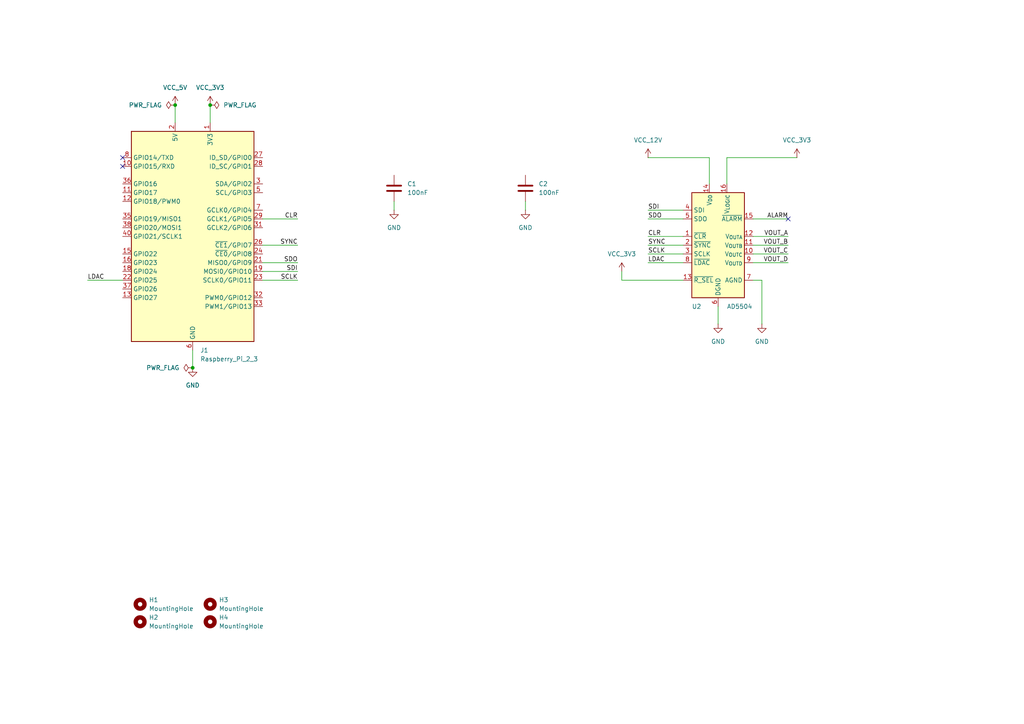
<source format=kicad_sch>
(kicad_sch (version 20231120) (generator "eeschema") (generator_version "8.0")
  (paper "A4")
  (title_block (title "Reconfigurable Filter DAC HAT") (date "2024-11-13") (rev "0") (company "GAM-iTEAM-UPV") (comment 1 "Comment 1") (comment 2 "Comment 2") (comment 3 "Comment 3") (comment 4 "Comment 4"))
  (lib_symbols
    (symbol "Connector:Raspberry_Pi_2_3"
      (property "Reference" "J" (at -17.78 31.75 0))
      (property "Value" "Raspberry_Pi_2_3" (at 10.16 -31.75 0))
      (symbol "Raspberry_Pi_2_3_0_1"
        (rectangle (start -17.78 30.48) (end 17.78 -30.48) (stroke (width 0.254)) (fill (type background)))
      )
      (symbol "Raspberry_Pi_2_3_1_1"
        (pin power_in line (at 5.08 33.02 270) (length 2.54) (name "3V3") (number "1"))
        (pin bidirectional line (at -20.32 20.32 0) (length 2.54) (name "GPIO15/RXD") (number "10"))
        (pin bidirectional line (at -20.32 12.7 0) (length 2.54) (name "GPIO17") (number "11"))
        (pin bidirectional line (at -20.32 10.16 0) (length 2.54) (name "GPIO18/PWM0") (number "12"))
        (pin bidirectional line (at -20.32 -17.78 0) (length 2.54) (name "GPIO27") (number "13"))
        (pin passive line (at 0 -33.02 90) (length 2.54) hide (name "GND") (number "14"))
        (pin bidirectional line (at -20.32 -5.08 0) (length 2.54) (name "GPIO22") (number "15"))
        (pin bidirectional line (at -20.32 -7.62 0) (length 2.54) (name "GPIO23") (number "16"))
        (pin passive line (at 5.08 33.02 270) (length 2.54) hide (name "3V3") (number "17"))
        (pin bidirectional line (at -20.32 -10.16 0) (length 2.54) (name "GPIO24") (number "18"))
        (pin bidirectional line (at 20.32 -10.16 180) (length 2.54) (name "MOSI0/GPIO10") (number "19"))
        (pin power_in line (at -5.08 33.02 270) (length 2.54) (name "5V") (number "2"))
        (pin passive line (at 0 -33.02 90) (length 2.54) hide (name "GND") (number "20"))
        (pin bidirectional line (at 20.32 -7.62 180) (length 2.54) (name "MISO0/GPIO9") (number "21"))
        (pin bidirectional line (at -20.32 -12.7 0) (length 2.54) (name "GPIO25") (number "22"))
        (pin bidirectional line (at 20.32 -12.7 180) (length 2.54) (name "SCLK0/GPIO11") (number "23"))
        (pin bidirectional line (at 20.32 -5.08 180) (length 2.54) (name "~{CE0}/GPIO8") (number "24"))
        (pin passive line (at 0 -33.02 90) (length 2.54) hide (name "GND") (number "25"))
        (pin bidirectional line (at 20.32 -2.54 180) (length 2.54) (name "~{CE1}/GPIO7") (number "26"))
        (pin bidirectional line (at 20.32 22.86 180) (length 2.54) (name "ID_SD/GPIO0") (number "27"))
        (pin bidirectional line (at 20.32 20.32 180) (length 2.54) (name "ID_SC/GPIO1") (number "28"))
        (pin bidirectional line (at 20.32 5.08 180) (length 2.54) (name "GCLK1/GPIO5") (number "29"))
        (pin bidirectional line (at 20.32 15.24 180) (length 2.54) (name "SDA/GPIO2") (number "3"))
        (pin passive line (at 0 -33.02 90) (length 2.54) hide (name "GND") (number "30"))
        (pin bidirectional line (at 20.32 2.54 180) (length 2.54) (name "GCLK2/GPIO6") (number "31"))
        (pin bidirectional line (at 20.32 -17.78 180) (length 2.54) (name "PWM0/GPIO12") (number "32"))
        (pin bidirectional line (at 20.32 -20.32 180) (length 2.54) (name "PWM1/GPIO13") (number "33"))
        (pin passive line (at 0 -33.02 90) (length 2.54) hide (name "GND") (number "34"))
        (pin bidirectional line (at -20.32 5.08 0) (length 2.54) (name "GPIO19/MISO1") (number "35"))
        (pin bidirectional line (at -20.32 15.24 0) (length 2.54) (name "GPIO16") (number "36"))
        (pin bidirectional line (at -20.32 -15.24 0) (length 2.54) (name "GPIO26") (number "37"))
        (pin bidirectional line (at -20.32 2.54 0) (length 2.54) (name "GPIO20/MOSI1") (number "38"))
        (pin passive line (at 0 -33.02 90) (length 2.54) hide (name "GND") (number "39"))
        (pin passive line (at -5.08 33.02 270) (length 2.54) hide (name "5V") (number "4"))
        (pin bidirectional line (at -20.32 0 0) (length 2.54) (name "GPIO21/SCLK1") (number "40"))
        (pin bidirectional line (at 20.32 12.7 180) (length 2.54) (name "SCL/GPIO3") (number "5"))
        (pin power_in line (at 0 -33.02 90) (length 2.54) (name "GND") (number "6"))
        (pin bidirectional line (at 20.32 7.62 180) (length 2.54) (name "GCLK0/GPIO4") (number "7"))
        (pin bidirectional line (at -20.32 22.86 0) (length 2.54) (name "GPIO14/TXD") (number "8"))
        (pin passive line (at 0 -33.02 90) (length 2.54) hide (name "GND") (number "9"))
      )
    )
    (symbol "Device:C" (pin_numbers hide) (pin_names (offset 0.254))
      (property "Reference" "C" (at 0.635 2.54 0))
      (property "Value" "C" (at 0.635 -2.54 0))
      (symbol "C_0_1"
        (polyline (pts (xy -2.032 -0.762) (xy 2.032 -0.762)) (stroke (width 0.508)))
        (polyline (pts (xy -2.032 0.762) (xy 2.032 0.762)) (stroke (width 0.508)))
      )
      (symbol "C_1_1"
        (pin passive line (at 0 3.81 270) (length 2.794) (name "~") (number "1"))
        (pin passive line (at 0 -3.81 90) (length 2.794) (name "~") (number "2"))
      )
    )
    (symbol "Mechanical:MountingHole" (pin_names (offset 1.016)) (exclude_from_sim yes) (in_bom no)
      (property "Reference" "H" (at 0 5.08 0))
      (property "Value" "MountingHole" (at 0 3.175 0))
      (symbol "MountingHole_0_1"
        (circle (center 0 0) (radius 1.27) (stroke (width 1.27)))
      )
    )
    (symbol "dac_hat:AD5504"
      (property "Reference" "U" (at -6.858 16.51 0))
      (property "Value" "AD5504" (at 7.62 16.51 0))
      (symbol "AD5504_1_1"
        (rectangle (start -7.62 15.24) (end 7.62 -15.24) (stroke (width 0.254)) (fill (type background)))
        (pin input line (at -10.16 2.54 0) (length 2.54) (name "~{CLR}") (number "1"))
        (pin output line (at 10.16 -2.54 180) (length 2.54) (name "V_{OUTC}") (number "10"))
        (pin output line (at 10.16 0 180) (length 2.54) (name "V_{OUTB}") (number "11"))
        (pin output line (at 10.16 2.54 180) (length 2.54) (name "V_{OUTA}") (number "12"))
        (pin passive line (at -10.16 -10.16 0) (length 2.54) (name "~{R_SEL}") (number "13"))
        (pin power_in line (at -2.54 17.78 270) (length 2.54) (name "V_{DD}") (number "14"))
        (pin output line (at 10.16 7.62 180) (length 2.54) (name "~{ALARM}") (number "15"))
        (pin power_in line (at 2.54 17.78 270) (length 2.54) (name "V_{LOGIC}") (number "16"))
        (pin input line (at -10.16 0 0) (length 2.54) (name "~{SYNC}") (number "2"))
        (pin input line (at -10.16 -2.54 0) (length 2.54) (name "SCLK") (number "3"))
        (pin input line (at -10.16 10.16 0) (length 2.54) (name "SDI") (number "4"))
        (pin input line (at -10.16 7.62 0) (length 2.54) (name "SDO") (number "5"))
        (pin power_in line (at 0 -17.78 90) (length 2.54) (name "DGND") (number "6"))
        (pin power_in line (at 10.16 -10.16 180) (length 2.54) (name "AGND") (number "7"))
        (pin input line (at -10.16 -5.08 0) (length 2.54) (name "~{LDAC}") (number "8"))
        (pin output line (at 10.16 -5.08 180) (length 2.54) (name "V_{OUTD}") (number "9"))
      )
    )
    (symbol "power:GND" (power) (pin_numbers hide) (pin_names (offset 0) hide)
      (property "Value" "GND" (at 0 -3.81 0))
      (symbol "GND_0_1"
        (polyline (pts (xy 0 0) (xy 0 -1.27) (xy 1.27 -1.27) (xy 0 -2.54) (xy -1.27 -1.27) (xy 0 -1.27)))
      )
      (symbol "GND_1_1"
        (pin power_in line (at 0 0 270) (length 0) (name "~") (number "1"))
      )
    )
    (symbol "power:PWR_FLAG" (power) (pin_numbers hide) (pin_names (offset 0) hide)
      (property "Value" "PWR_FLAG" (at 0 3.81 0))
      (symbol "PWR_FLAG_0_0"
        (pin power_out line (at 0 0 90) (length 0) (name "~") (number "1"))
      )
      (symbol "PWR_FLAG_0_1"
        (polyline (pts (xy 0 0) (xy 0 1.27) (xy -1.016 1.905) (xy 0 2.54) (xy 1.016 1.905) (xy 0 1.27)))
      )
    )
    (symbol "power:VCC" (power) (pin_numbers hide) (pin_names (offset 0) hide)
      (property "Value" "VCC" (at 0 3.556 0))
      (symbol "VCC_0_1"
        (polyline (pts (xy -0.762 1.27) (xy 0 2.54)))
        (polyline (pts (xy 0 0) (xy 0 2.54)))
        (polyline (pts (xy 0 2.54) (xy 0.762 1.27)))
      )
      (symbol "VCC_1_1"
        (pin power_in line (at 0 0 90) (length 0) (name "~") (number "1"))
      )
    )
  )
  (junction (at 55.88 106.68))
  (junction (at 60.96 30.48))
  (junction (at 50.8 30.48))
  (no_connect (at 35.56 48.26))
  (no_connect (at 228.6 63.5))
  (no_connect (at 35.56 45.72))
  (wire (pts (xy 210.82 45.72) (xy 231.14 45.72)))
  (wire (pts (xy 205.74 45.72) (xy 205.74 53.34)))
  (wire (pts (xy 76.2 78.74) (xy 86.36 78.74)))
  (wire (pts (xy 76.2 81.28) (xy 86.36 81.28)))
  (wire (pts (xy 76.2 63.5) (xy 86.36 63.5)))
  (wire (pts (xy 25.4 81.28) (xy 35.56 81.28)))
  (wire (pts (xy 50.8 30.48) (xy 50.8 35.56)))
  (wire (pts (xy 180.34 81.28) (xy 198.12 81.28)))
  (wire (pts (xy 187.96 73.66) (xy 198.12 73.66)))
  (wire (pts (xy 76.2 76.2) (xy 86.36 76.2)))
  (wire (pts (xy 218.44 63.5) (xy 228.6 63.5)))
  (wire (pts (xy 187.96 68.58) (xy 198.12 68.58)))
  (wire (pts (xy 114.3 58.42) (xy 114.3 60.96)))
  (wire (pts (xy 187.96 45.72) (xy 205.74 45.72)))
  (wire (pts (xy 152.4 60.96) (xy 152.4 58.42)))
  (wire (pts (xy 220.98 81.28) (xy 220.98 93.98)))
  (wire (pts (xy 208.28 93.98) (xy 208.28 88.9)))
  (wire (pts (xy 187.96 60.96) (xy 198.12 60.96)))
  (wire (pts (xy 210.82 53.34) (xy 210.82 45.72)))
  (wire (pts (xy 60.96 30.48) (xy 60.96 35.56)))
  (wire (pts (xy 218.44 68.58) (xy 228.6 68.58)))
  (wire (pts (xy 180.34 78.74) (xy 180.34 81.28)))
  (wire (pts (xy 76.2 71.12) (xy 86.36 71.12)))
  (wire (pts (xy 187.96 76.2) (xy 198.12 76.2)))
  (wire (pts (xy 218.44 76.2) (xy 228.6 76.2)))
  (wire (pts (xy 187.96 71.12) (xy 198.12 71.12)))
  (wire (pts (xy 187.96 63.5) (xy 198.12 63.5)))
  (wire (pts (xy 218.44 81.28) (xy 220.98 81.28)))
  (wire (pts (xy 218.44 71.12) (xy 228.6 71.12)))
  (wire (pts (xy 218.44 73.66) (xy 228.6 73.66)))
  (wire (pts (xy 55.88 106.68) (xy 55.88 101.6)))
  (label "VOUT_C" (at 228.6 73.66 180))
  (label "LDAC" (at 187.96 76.2 0))
  (label "VOUT_B" (at 228.6 71.12 180))
  (label "SDI" (at 187.96 60.96 0))
  (label "SYNC" (at 187.96 71.12 0))
  (label "CLR" (at 86.36 63.5 180))
  (label "ALARM" (at 228.6 63.5 180))
  (label "SDI" (at 86.36 78.74 180))
  (label "VOUT_A" (at 228.6 68.58 180))
  (label "SYNC" (at 86.36 71.12 180))
  (label "SDO" (at 86.36 76.2 180))
  (label "CLR" (at 187.96 68.58 0))
  (label "SDO" (at 187.96 63.5 0))
  (label "VOUT_D" (at 228.6 76.2 180))
  (label "LDAC" (at 25.4 81.28 0))
  (label "SCLK" (at 187.96 73.66 0))
  (label "SCLK" (at 86.36 81.28 180))
  (symbol (lib_id "power:VCC") (at 60.96 30.48 0) (unit 1)
    (property "Reference" "#PWR04" (effects (hide yes)))
    (property "Value" "VCC_3V3" (at 60.96 25.4 0))
    (property "Description" "Power symbol creates a global label with name \"VCC\"" (effects (hide yes)))
  )
  (symbol (lib_id "Mechanical:MountingHole") (at 40.64 180.34 0) (unit 1) (exclude_from_sim yes) (in_bom no)
    (property "Reference" "H2" (at 43.18 179.0699 0) (effects (justify left)))
    (property "Value" "MountingHole" (at 43.18 181.6099 0) (effects (justify left)))
    (property "Footprint" "MountingHole:MountingHole_2.7mm" (effects (hide yes)))
    (property "Description" "Mounting Hole without connection" (effects (hide yes)))
  )
  (symbol (lib_id "power:GND") (at 208.28 93.98 0) (unit 1)
    (property "Reference" "#PWR09" (effects (hide yes)))
    (property "Value" "GND" (at 208.28 99.06 0))
    (property "Description" "Power symbol creates a global label with name \"GND\" , ground" (effects (hide yes)))
  )
  (symbol (lib_id "power:GND") (at 114.3 60.96 0) (unit 1)
    (property "Reference" "#PWR01" (effects (hide yes)))
    (property "Value" "GND" (at 114.3 66.04 0))
    (property "Description" "Power symbol creates a global label with name \"GND\" , ground" (effects (hide yes)))
  )
  (symbol (lib_id "power:PWR_FLAG") (at 60.96 30.48 270) (unit 1)
    (property "Reference" "#FLG03" (effects (hide yes)))
    (property "Value" "PWR_FLAG" (at 64.77 30.4799 90) (effects (justify left)))
    (property "Description" "Special symbol for telling ERC where power comes from" (effects (hide yes)))
  )
  (symbol (lib_id "Connector:Raspberry_Pi_2_3") (at 55.88 68.58 0) (unit 1)
    (property "Reference" "J1" (at 58.0741 101.6 0) (effects (justify left)))
    (property "Value" "Raspberry_Pi_2_3" (at 58.0741 104.14 0) (effects (justify left)))
    (property "Footprint" "Connector_PinSocket_2.54mm:PinSocket_2x20_P2.54mm_Vertical" (effects (hide yes)))
    (property "Datasheet" "https://www.raspberrypi.org/documentation/hardware/raspberrypi/schematics/rpi_SCH_3bplus_1p0_reduced.pdf" (effects (hide yes)))
    (property "Description" "expansion header for Raspberry Pi 2 & 3" (effects (hide yes)))
  )
  (symbol (lib_id "power:PWR_FLAG") (at 55.88 106.68 90) (unit 1)
    (property "Reference" "#FLG02" (effects (hide yes)))
    (property "Value" "PWR_FLAG" (at 52.07 106.6799 90) (effects (justify left)))
    (property "Description" "Special symbol for telling ERC where power comes from" (effects (hide yes)))
  )
  (symbol (lib_id "power:VCC") (at 231.14 45.72 0) (unit 1)
    (property "Reference" "#PWR06" (effects (hide yes)))
    (property "Value" "VCC_3V3" (at 231.14 40.64 0))
    (property "Description" "Power symbol creates a global label with name \"VCC\"" (effects (hide yes)))
  )
  (symbol (lib_id "power:GND") (at 220.98 93.98 0) (unit 1)
    (property "Reference" "#PWR010" (effects (hide yes)))
    (property "Value" "GND" (at 220.98 99.06 0))
    (property "Description" "Power symbol creates a global label with name \"GND\" , ground" (effects (hide yes)))
  )
  (symbol (lib_id "Mechanical:MountingHole") (at 60.96 175.26 0) (unit 1) (exclude_from_sim yes) (in_bom no)
    (property "Reference" "H3" (at 63.5 173.9899 0) (effects (justify left)))
    (property "Value" "MountingHole" (at 63.5 176.5299 0) (effects (justify left)))
    (property "Footprint" "MountingHole:MountingHole_2.7mm" (effects (hide yes)))
    (property "Description" "Mounting Hole without connection" (effects (hide yes)))
  )
  (symbol (lib_id "Mechanical:MountingHole") (at 40.64 175.26 0) (unit 1) (exclude_from_sim yes) (in_bom no)
    (property "Reference" "H1" (at 43.18 173.9899 0) (effects (justify left)))
    (property "Value" "MountingHole" (at 43.18 176.5299 0) (effects (justify left)))
    (property "Footprint" "MountingHole:MountingHole_2.7mm" (effects (hide yes)))
    (property "Description" "Mounting Hole without connection" (effects (hide yes)))
  )
  (symbol (lib_id "Device:C") (at 114.3 54.61 0) (unit 1)
    (property "Reference" "C1" (at 118.11 53.3399 0) (effects (justify left)))
    (property "Value" "100nF" (at 118.11 55.8799 0) (effects (justify left)))
    (property "Footprint" "Capacitor_SMD:C_0402_1005Metric" (effects (hide yes)))
    (property "Description" "Unpolarized capacitor" (effects (hide yes)))
  )
  (symbol (lib_id "power:GND") (at 55.88 106.68 0) (unit 1)
    (property "Reference" "#PWR03" (effects (hide yes)))
    (property "Value" "GND" (at 55.88 111.76 0))
    (property "Description" "Power symbol creates a global label with name \"GND\" , ground" (effects (hide yes)))
  )
  (symbol (lib_id "power:PWR_FLAG") (at 50.8 30.48 90) (unit 1)
    (property "Reference" "#FLG01" (effects (hide yes)))
    (property "Value" "PWR_FLAG" (at 46.99 30.4799 90) (effects (justify left)))
    (property "Description" "Special symbol for telling ERC where power comes from" (effects (hide yes)))
  )
  (symbol (lib_id "Mechanical:MountingHole") (at 60.96 180.34 0) (unit 1) (exclude_from_sim yes) (in_bom no)
    (property "Reference" "H4" (at 63.5 179.0699 0) (effects (justify left)))
    (property "Value" "MountingHole" (at 63.5 181.6099 0) (effects (justify left)))
    (property "Footprint" "MountingHole:MountingHole_2.7mm" (effects (hide yes)))
    (property "Description" "Mounting Hole without connection" (effects (hide yes)))
  )
  (symbol (lib_id "power:VCC") (at 180.34 78.74 0) (unit 1)
    (property "Reference" "#PWR011" (effects (hide yes)))
    (property "Value" "VCC_3V3" (at 180.34 73.66 0))
    (property "Description" "Power symbol creates a global label with name \"VCC\"" (effects (hide yes)))
  )
  (symbol (lib_id "power:VCC") (at 50.8 30.48 0) (unit 1)
    (property "Reference" "#PWR02" (effects (hide yes)))
    (property "Value" "VCC_5V" (at 50.8 25.4 0))
    (property "Description" "Power symbol creates a global label with name \"VCC\"" (effects (hide yes)))
  )
  (symbol (lib_id "Device:C") (at 152.4 54.61 0) (unit 1)
    (property "Reference" "C2" (at 156.21 53.3399 0) (effects (justify left)))
    (property "Value" "100nF" (at 156.21 55.8799 0) (effects (justify left)))
    (property "Footprint" "Capacitor_SMD:C_0402_1005Metric" (effects (hide yes)))
    (property "Description" "Unpolarized capacitor" (effects (hide yes)))
  )
  (symbol (lib_id "dac_hat:AD5504") (at 208.28 71.12 0) (unit 1)
    (property "Reference" "U2" (at 200.66 88.9 0) (effects (justify left)))
    (property "Value" "AD5504" (at 210.82 88.9 0) (effects (justify left)))
    (property "Footprint" "Package_SO:TSSOP-16_4.4x5mm_P0.65mm" (effects (hide yes)))
    (property "Datasheet" "https://www.analog.com/media/en/technical-documentation/data-sheets/AD5504.pdf" (effects (hide yes)))
    (property "Description" "High Voltage, Quad-Channel, 12-Bit, DAC, TSSOP-16" (effects (hide yes)))
  )
  (symbol (lib_id "power:VCC") (at 187.96 45.72 0) (unit 1)
    (property "Reference" "#PWR08" (effects (hide yes)))
    (property "Value" "VCC_12V" (at 187.96 40.64 0))
    (property "Description" "Power symbol creates a global label with name \"VCC\"" (effects (hide yes)))
  )
  (symbol (lib_id "power:GND") (at 152.4 60.96 0) (unit 1)
    (property "Reference" "#PWR05" (effects (hide yes)))
    (property "Value" "GND" (at 152.4 66.04 0))
    (property "Description" "Power symbol creates a global label with name \"GND\" , ground" (effects (hide yes)))
  )
)
</source>
